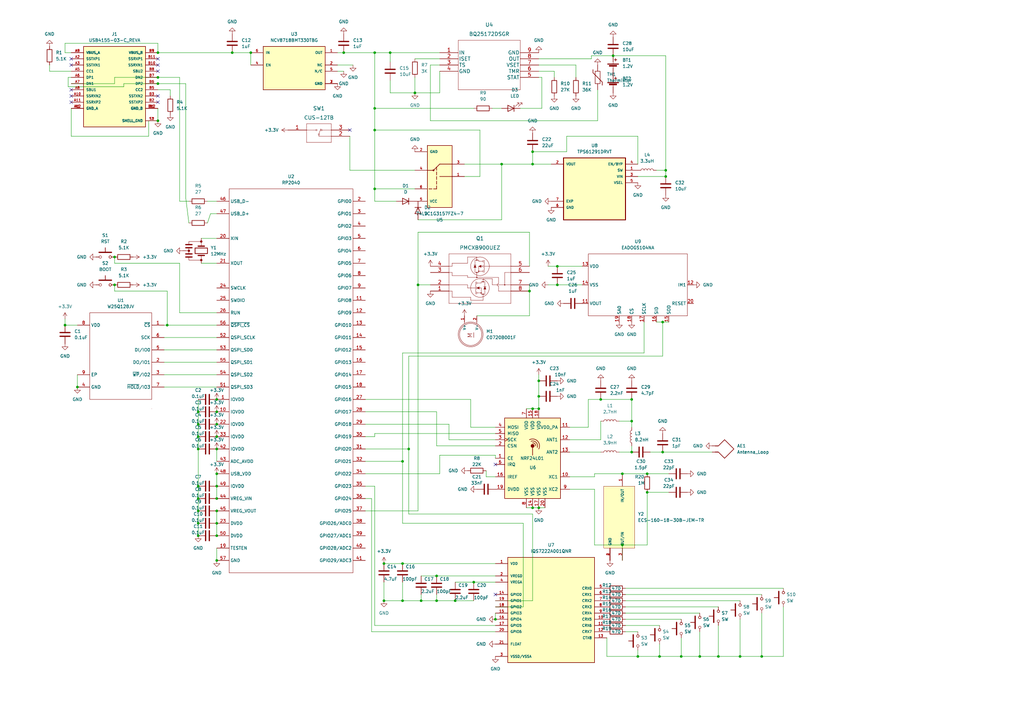
<source format=kicad_sch>
(kicad_sch (version 20211123) (generator eeschema)
  (paper "A3")
  (junction (at 68.58 133.35))
  (junction (at 81.28 214.63))
  (junction (at 186.69 246.38))
  (junction (at 81.28 168.91))
  (junction (at 194.31 238.76))
  (junction (at 160.02 21.59))
  (junction (at 220.98 208.28))
  (junction (at 153.67 44.45))
  (junction (at 228.6 116.84))
  (junction (at 294.64 269.24))
  (junction (at 255.27 223.52))
  (junction (at 167.64 184.15))
  (junction (at 157.48 231.14))
  (junction (at 64.77 49.53))
  (junction (at 102.87 21.59))
  (junction (at 81.28 179.07))
  (junction (at 88.9 173.99))
  (junction (at 81.28 219.71))
  (junction (at 259.08 163.83))
  (junction (at 88.9 214.63))
  (junction (at 81.28 209.55))
  (junction (at 179.07 236.22))
  (junction (at 81.28 173.99))
  (junction (at 64.77 21.59))
  (junction (at 273.05 69.85))
  (junction (at 64.77 31.75))
  (junction (at 31.75 158.75))
  (junction (at 153.67 53.34))
  (junction (at 271.78 132.08))
  (junction (at 88.9 199.39))
  (junction (at 218.44 62.23))
  (junction (at 259.08 172.72))
  (junction (at 273.05 72.39))
  (junction (at 261.62 269.24))
  (junction (at 271.78 185.42))
  (junction (at 246.38 163.83))
  (junction (at 279.4 269.24))
  (junction (at 203.2 254))
  (junction (at 303.53 269.24))
  (junction (at 171.45 116.84))
  (junction (at 220.98 156.21))
  (junction (at 81.28 199.39))
  (junction (at 46.99 105.41))
  (junction (at 88.9 204.47))
  (junction (at 81.28 204.47))
  (junction (at 251.46 22.86))
  (junction (at 170.18 38.1))
  (junction (at 205.74 67.31))
  (junction (at 287.02 269.24))
  (junction (at 312.42 269.24))
  (junction (at 88.9 219.71))
  (junction (at 259.08 185.42))
  (junction (at 255.27 194.31))
  (junction (at 88.9 184.15))
  (junction (at 140.97 21.59))
  (junction (at 46.99 116.84))
  (junction (at 179.07 246.38))
  (junction (at 157.48 246.38))
  (junction (at 88.9 168.91))
  (junction (at 217.17 119.38))
  (junction (at 88.9 209.55))
  (junction (at 64.77 34.29))
  (junction (at 88.9 194.31))
  (junction (at 218.44 167.64))
  (junction (at 26.67 133.35))
  (junction (at 88.9 163.83))
  (junction (at 165.1 189.23))
  (junction (at 220.98 167.64))
  (junction (at 153.67 77.47))
  (junction (at 88.9 229.87))
  (junction (at 165.1 246.38))
  (junction (at 95.25 21.59))
  (junction (at 153.67 21.59))
  (junction (at 88.9 179.07))
  (junction (at 228.6 109.22))
  (junction (at 218.44 67.31))
  (junction (at 265.43 194.31))
  (junction (at 81.28 184.15))
  (junction (at 218.44 208.28))
  (junction (at 220.98 162.56))
  (junction (at 172.72 246.38))
  (junction (at 165.1 231.14))
  (junction (at 265.43 201.93))
  (junction (at 270.51 269.24))
  (no_connect (at 143.51 53.34))
  (no_connect (at 203.2 190.5))
  (no_connect (at 64.77 41.91))
  (no_connect (at 64.77 39.37))
  (no_connect (at 64.77 29.21))
  (no_connect (at 64.77 24.13))
  (no_connect (at 64.77 26.67))
  (no_connect (at 29.21 36.83))
  (no_connect (at 29.21 26.67))
  (no_connect (at 29.21 39.37))
  (no_connect (at 29.21 41.91))
  (no_connect (at 29.21 24.13))
  (no_connect (at 203.2 243.84))
  (wire (pts (xy 213.36 44.45) (xy 222.25 44.45)))
  (wire (pts (xy 242.57 24.13) (xy 242.57 22.86)))
  (wire (pts (xy 273.05 72.39) (xy 261.62 72.39)))
  (wire (pts (xy 165.1 144.78) (xy 165.1 189.23)))
  (wire (pts (xy 254 172.72) (xy 259.08 172.72)))
  (wire (pts (xy 220.98 29.21) (xy 227.33 29.21)))
  (wire (pts (xy 256.54 259.08) (xy 261.62 259.08)))
  (wire (pts (xy 88.9 194.31) (xy 88.9 199.39)))
  (wire (pts (xy 248.92 261.62) (xy 248.92 269.24)))
  (wire (pts (xy 255.27 223.52) (xy 255.27 229.87)))
  (wire (pts (xy 73.66 31.75) (xy 73.66 82.55)))
  (wire (pts (xy 26.67 17.78) (xy 64.77 17.78)))
  (wire (pts (xy 153.67 53.34) (xy 153.67 44.45)))
  (wire (pts (xy 255.27 223.52) (xy 265.43 223.52)))
  (wire (pts (xy 222.25 31.75) (xy 220.98 31.75)))
  (wire (pts (xy 312.42 269.24) (xy 312.42 251.46)))
  (wire (pts (xy 321.31 269.24) (xy 321.31 248.92)))
  (wire (pts (xy 140.97 21.59) (xy 153.67 21.59)))
  (wire (pts (xy 153.67 21.59) (xy 160.02 21.59)))
  (wire (pts (xy 179.07 243.84) (xy 179.07 246.38)))
  (wire (pts (xy 201.93 44.45) (xy 205.74 44.45)))
  (wire (pts (xy 176.53 49.53) (xy 245.11 49.53)))
  (wire (pts (xy 64.77 17.78) (xy 64.77 21.59)))
  (wire (pts (xy 27.94 31.75) (xy 27.94 35.56)))
  (wire (pts (xy 64.77 21.59) (xy 95.25 21.59)))
  (wire (pts (xy 218.44 246.38) (xy 218.44 210.82)))
  (wire (pts (xy 73.66 107.95) (xy 73.66 128.27)))
  (wire (pts (xy 243.84 194.31) (xy 255.27 194.31)))
  (wire (pts (xy 180.34 194.31) (xy 149.86 194.31)))
  (wire (pts (xy 26.67 133.35) (xy 31.75 133.35)))
  (wire (pts (xy 265.43 194.31) (xy 274.32 194.31)))
  (wire (pts (xy 165.1 231.14) (xy 203.2 231.14)))
  (wire (pts (xy 265.43 223.52) (xy 265.43 201.93)))
  (wire (pts (xy 81.28 204.47) (xy 81.28 209.55)))
  (wire (pts (xy 312.42 269.24) (xy 321.31 269.24)))
  (wire (pts (xy 287.02 269.24) (xy 287.02 259.08)))
  (wire (pts (xy 255.27 194.31) (xy 265.43 194.31)))
  (wire (pts (xy 228.6 109.22) (xy 238.76 109.22)))
  (wire (pts (xy 153.67 179.07) (xy 149.86 179.07)))
  (wire (pts (xy 224.79 109.22) (xy 228.6 109.22)))
  (wire (pts (xy 203.2 251.46) (xy 203.2 254)))
  (wire (pts (xy 29.21 44.45) (xy 29.21 55.88)))
  (wire (pts (xy 86.36 87.63) (xy 85.09 91.44)))
  (wire (pts (xy 179.07 168.91) (xy 149.86 168.91)))
  (wire (pts (xy 271.78 132.08) (xy 271.78 146.05)))
  (wire (pts (xy 153.67 82.55) (xy 153.67 77.47)))
  (wire (pts (xy 31.75 153.67) (xy 31.75 158.75)))
  (wire (pts (xy 157.48 246.38) (xy 157.48 238.76)))
  (wire (pts (xy 67.31 143.51) (xy 88.9 143.51)))
  (wire (pts (xy 269.24 132.08) (xy 271.78 132.08)))
  (wire (pts (xy 170.18 38.1) (xy 160.02 38.1)))
  (wire (pts (xy 81.28 184.15) (xy 81.28 199.39)))
  (wire (pts (xy 273.05 69.85) (xy 273.05 72.39)))
  (wire (pts (xy 165.1 238.76) (xy 165.1 246.38)))
  (wire (pts (xy 217.17 129.54) (xy 217.17 119.38)))
  (wire (pts (xy 246.38 163.83) (xy 259.08 163.83)))
  (wire (pts (xy 171.45 116.84) (xy 176.53 116.84)))
  (wire (pts (xy 203.2 182.88) (xy 179.07 182.88)))
  (wire (pts (xy 218.44 208.28) (xy 220.98 208.28)))
  (wire (pts (xy 243.84 223.52) (xy 255.27 223.52)))
  (wire (pts (xy 241.3 175.26) (xy 241.3 163.83)))
  (wire (pts (xy 60.96 49.53) (xy 64.77 49.53)))
  (wire (pts (xy 81.28 209.55) (xy 81.28 214.63)))
  (wire (pts (xy 232.41 62.23) (xy 232.41 55.88)))
  (wire (pts (xy 46.99 31.75) (xy 64.77 31.75)))
  (wire (pts (xy 153.67 21.59) (xy 153.67 44.45)))
  (wire (pts (xy 261.62 55.88) (xy 261.62 67.31)))
  (wire (pts (xy 217.17 109.22) (xy 217.17 95.25)))
  (wire (pts (xy 26.67 21.59) (xy 26.67 17.78)))
  (wire (pts (xy 254 185.42) (xy 259.08 185.42)))
  (wire (pts (xy 29.21 55.88) (xy 60.96 55.88)))
  (wire (pts (xy 69.85 36.83) (xy 69.85 39.37)))
  (wire (pts (xy 153.67 256.54) (xy 153.67 199.39)))
  (wire (pts (xy 73.66 128.27) (xy 88.9 128.27)))
  (wire (pts (xy 190.5 67.31) (xy 205.74 67.31)))
  (wire (pts (xy 264.16 132.08) (xy 264.16 144.78)))
  (wire (pts (xy 153.67 199.39) (xy 149.86 199.39)))
  (wire (pts (xy 242.57 22.86) (xy 251.46 22.86)))
  (wire (pts (xy 266.7 185.42) (xy 271.78 185.42)))
  (wire (pts (xy 153.67 44.45) (xy 194.31 44.45)))
  (wire (pts (xy 220.98 156.21) (xy 220.98 162.56)))
  (wire (pts (xy 205.74 67.31) (xy 205.74 90.17)))
  (wire (pts (xy 76.2 81.28) (xy 76.2 34.29)))
  (wire (pts (xy 245.11 49.53) (xy 245.11 36.83)))
  (wire (pts (xy 144.78 26.67) (xy 138.43 26.67)))
  (wire (pts (xy 203.2 175.26) (xy 193.04 175.26)))
  (wire (pts (xy 81.28 163.83) (xy 81.28 168.91)))
  (wire (pts (xy 273.05 22.86) (xy 273.05 69.85)))
  (wire (pts (xy 180.34 26.67) (xy 176.53 26.67)))
  (wire (pts (xy 81.28 173.99) (xy 81.28 179.07)))
  (wire (pts (xy 259.08 163.83) (xy 259.08 172.72)))
  (wire (pts (xy 203.2 187.96) (xy 203.2 186.69)))
  (wire (pts (xy 165.1 246.38) (xy 157.48 246.38)))
  (wire (pts (xy 50.8 34.29) (xy 64.77 34.29)))
  (wire (pts (xy 203.2 256.54) (xy 153.67 256.54)))
  (wire (pts (xy 233.68 175.26) (xy 241.3 175.26)))
  (wire (pts (xy 176.53 26.67) (xy 176.53 49.53)))
  (wire (pts (xy 218.44 210.82) (xy 167.64 210.82)))
  (wire (pts (xy 81.28 168.91) (xy 81.28 173.99)))
  (wire (pts (xy 76.2 81.28) (xy 77.47 91.44)))
  (wire (pts (xy 256.54 246.38) (xy 303.53 246.38)))
  (wire (pts (xy 46.99 105.41) (xy 46.99 107.95)))
  (wire (pts (xy 203.2 186.69) (xy 180.34 186.69)))
  (wire (pts (xy 170.18 69.85) (xy 143.51 69.85)))
  (wire (pts (xy 152.4 259.08) (xy 152.4 204.47)))
  (wire (pts (xy 294.64 269.24) (xy 303.53 269.24)))
  (wire (pts (xy 256.54 243.84) (xy 312.42 243.84)))
  (wire (pts (xy 261.62 269.24) (xy 261.62 266.7)))
  (wire (pts (xy 29.21 34.29) (xy 46.99 34.29)))
  (wire (pts (xy 270.51 269.24) (xy 270.51 264.16)))
  (wire (pts (xy 256.54 241.3) (xy 321.31 241.3)))
  (wire (pts (xy 203.2 177.8) (xy 153.67 177.8)))
  (wire (pts (xy 170.18 31.75) (xy 170.18 38.1)))
  (wire (pts (xy 179.07 182.88) (xy 179.07 168.91)))
  (wire (pts (xy 265.43 201.93) (xy 274.32 201.93)))
  (wire (pts (xy 215.9 208.28) (xy 218.44 208.28)))
  (wire (pts (xy 180.34 186.69) (xy 180.34 194.31)))
  (wire (pts (xy 259.08 185.42) (xy 259.08 182.88)))
  (wire (pts (xy 246.38 180.34) (xy 246.38 172.72)))
  (wire (pts (xy 29.21 29.21) (xy 20.32 29.21)))
  (wire (pts (xy 73.66 82.55) (xy 77.47 82.55)))
  (wire (pts (xy 186.69 238.76) (xy 194.31 238.76)))
  (wire (pts (xy 82.55 107.95) (xy 88.9 107.95)))
  (wire (pts (xy 236.22 26.67) (xy 236.22 31.75)))
  (wire (pts (xy 184.15 180.34) (xy 184.15 173.99)))
  (wire (pts (xy 50.8 35.56) (xy 50.8 34.29)))
  (wire (pts (xy 81.28 179.07) (xy 81.28 184.15)))
  (wire (pts (xy 64.77 36.83) (xy 69.85 36.83)))
  (wire (pts (xy 165.1 214.63) (xy 165.1 189.23)))
  (wire (pts (xy 233.68 180.34) (xy 246.38 180.34)))
  (wire (pts (xy 64.77 31.75) (xy 73.66 31.75)))
  (wire (pts (xy 179.07 246.38) (xy 172.72 246.38)))
  (wire (pts (xy 172.72 236.22) (xy 179.07 236.22)))
  (wire (pts (xy 215.9 167.64) (xy 218.44 167.64)))
  (wire (pts (xy 218.44 62.23) (xy 232.41 62.23)))
  (wire (pts (xy 264.16 144.78) (xy 165.1 144.78)))
  (wire (pts (xy 102.87 21.59) (xy 102.87 26.67)))
  (wire (pts (xy 233.68 195.58) (xy 243.84 195.58)))
  (wire (pts (xy 88.9 214.63) (xy 88.9 219.71)))
  (wire (pts (xy 27.94 35.56) (xy 50.8 35.56)))
  (wire (pts (xy 303.53 269.24) (xy 303.53 254)))
  (wire (pts (xy 67.31 133.35) (xy 68.58 133.35)))
  (wire (pts (xy 199.39 195.58) (xy 199.39 193.04)))
  (wire (pts (xy 46.99 119.38) (xy 68.58 119.38)))
  (wire (pts (xy 86.36 87.63) (xy 88.9 87.63)))
  (wire (pts (xy 167.64 146.05) (xy 167.64 184.15)))
  (wire (pts (xy 160.02 25.4) (xy 160.02 21.59)))
  (wire (pts (xy 149.86 184.15) (xy 167.64 184.15)))
  (wire (pts (xy 248.92 269.24) (xy 261.62 269.24)))
  (wire (pts (xy 217.17 116.84) (xy 217.17 119.38)))
  (wire (pts (xy 271.78 185.42) (xy 292.1 185.42)))
  (wire (pts (xy 303.53 269.24) (xy 312.42 269.24)))
  (wire (pts (xy 203.2 259.08) (xy 152.4 259.08)))
  (wire (pts (xy 203.2 195.58) (xy 199.39 195.58)))
  (wire (pts (xy 81.28 199.39) (xy 81.28 204.47)))
  (wire (pts (xy 172.72 243.84) (xy 172.72 246.38)))
  (wire (pts (xy 170.18 77.47) (xy 153.67 77.47)))
  (wire (pts (xy 67.31 148.59) (xy 88.9 148.59)))
  (wire (pts (xy 157.48 231.14) (xy 165.1 231.14)))
  (wire (pts (xy 88.9 184.15) (xy 88.9 189.23)))
  (wire (pts (xy 256.54 251.46) (xy 287.02 251.46)))
  (wire (pts (xy 193.04 175.26) (xy 193.04 163.83)))
  (wire (pts (xy 67.31 138.43) (xy 88.9 138.43)))
  (wire (pts (xy 26.67 130.81) (xy 26.67 133.35)))
  (wire (pts (xy 217.17 95.25) (xy 171.45 95.25)))
  (wire (pts (xy 227.33 29.21) (xy 227.33 31.75)))
  (wire (pts (xy 167.64 184.15) (xy 167.64 210.82)))
  (wire (pts (xy 218.44 167.64) (xy 220.98 167.64)))
  (wire (pts (xy 243.84 200.66) (xy 243.84 223.52)))
  (wire (pts (xy 294.64 269.24) (xy 294.64 256.54)))
  (wire (pts (xy 226.06 67.31) (xy 218.44 67.31)))
  (wire (pts (xy 203.2 180.34) (xy 184.15 180.34)))
  (wire (pts (xy 29.21 31.75) (xy 27.94 31.75)))
  (wire (pts (xy 67.31 153.67) (xy 88.9 153.67)))
  (wire (pts (xy 205.74 67.31) (xy 218.44 67.31)))
  (wire (pts (xy 251.46 22.86) (xy 273.05 22.86)))
  (wire (pts (xy 85.09 82.55) (xy 88.9 82.55)))
  (wire (pts (xy 194.31 238.76) (xy 203.2 238.76)))
  (wire (pts (xy 279.4 269.24) (xy 279.4 261.62)))
  (wire (pts (xy 220.98 26.67) (xy 236.22 26.67)))
  (wire (pts (xy 171.45 209.55) (xy 171.45 116.84)))
  (wire (pts (xy 220.98 24.13) (xy 242.57 24.13)))
  (wire (pts (xy 46.99 116.84) (xy 46.99 119.38)))
  (wire (pts (xy 256.54 256.54) (xy 270.51 256.54)))
  (wire (pts (xy 171.45 90.17) (xy 205.74 90.17)))
  (wire (pts (xy 170.18 24.13) (xy 180.34 24.13)))
  (wire (pts (xy 184.15 173.99) (xy 149.86 173.99)))
  (wire (pts (xy 180.34 29.21) (xy 180.34 38.1)))
  (wire (pts (xy 160.02 21.59) (xy 180.34 21.59)))
  (wire (pts (xy 220.98 162.56) (xy 220.98 167.64)))
  (wire (pts (xy 46.99 34.29) (xy 46.99 31.75)))
  (wire (pts (xy 149.86 209.55) (xy 171.45 209.55)))
  (wire (pts (xy 271.78 132.08) (xy 274.32 132.08)))
  (wire (pts (xy 214.63 248.92) (xy 214.63 214.63)))
  (wire (pts (xy 203.2 246.38) (xy 218.44 246.38)))
  (wire (pts (xy 60.96 55.88) (xy 60.96 49.53)))
  (wire (pts (xy 218.44 67.31) (xy 218.44 62.23)))
  (wire (pts (xy 256.54 248.92) (xy 294.64 248.92)))
  (wire (pts (xy 241.3 163.83) (xy 246.38 163.83)))
  (wire (pts (xy 232.41 55.88) (xy 261.62 55.88)))
  (wire (pts (xy 76.2 34.29) (xy 64.77 34.29)))
  (wire (pts (xy 224.79 116.84) (xy 228.6 116.84)))
  (wire (pts (xy 67.31 158.75) (xy 88.9 158.75)))
  (wire (pts (xy 243.84 195.58) (xy 243.84 194.31)))
  (wire (pts (xy 149.86 189.23) (xy 165.1 189.23)))
  (wire (pts (xy 46.99 107.95) (xy 73.66 107.95)))
  (wire (pts (xy 140.97 29.21) (xy 138.43 29.21)))
  (wire (pts (xy 88.9 199.39) (xy 88.9 204.47)))
  (wire (pts (xy 259.08 172.72) (xy 259.08 175.26)))
  (wire (pts (xy 68.58 119.38) (xy 68.58 133.35)))
  (wire (pts (xy 228.6 116.84) (xy 238.76 116.84)))
  (wire (pts (xy 171.45 95.25) (xy 171.45 116.84)))
  (wire (pts (xy 179.07 236.22) (xy 203.2 236.22)))
  (wire (pts (xy 269.24 69.85) (xy 273.05 69.85)))
  (wire (pts (xy 279.4 269.24) (xy 287.02 269.24)))
  (wire (pts (xy 271.78 146.05) (xy 167.64 146.05)))
  (wire (pts (xy 82.55 97.79) (xy 88.9 97.79)))
  (wire (pts (xy 220.98 153.67) (xy 220.98 156.21)))
  (wire (pts (xy 195.58 129.54) (xy 217.17 129.54)))
  (wire (pts (xy 220.98 208.28) (xy 223.52 208.28)))
  (wire (pts (xy 95.25 21.59) (xy 102.87 21.59)))
  (wire (pts (xy 152.4 204.47) (xy 149.86 204.47)))
  (wire (pts (xy 81.28 214.63) (xy 81.28 219.71)))
  (wire (pts (xy 143.51 69.85) (xy 143.51 55.88)))
  (wire (pts (xy 203.2 248.92) (xy 214.63 248.92)))
  (wire (pts (xy 153.67 177.8) (xy 153.67 179.07)))
  (wire (pts (xy 153.67 53.34) (xy 196.85 53.34)))
  (wire (pts (xy 88.9 209.55) (xy 88.9 214.63)))
  (wire (pts (xy 194.31 246.38) (xy 186.69 246.38)))
  (wire (pts (xy 222.25 44.45) (xy 222.25 31.75)))
  (wire (pts (xy 88.9 224.79) (xy 88.9 229.87)))
  (wire (pts (xy 261.62 269.24) (xy 270.51 269.24)))
  (wire (pts (xy 29.21 21.59) (xy 26.67 21.59)))
  (wire (pts (xy 196.85 72.39) (xy 196.85 53.34)))
  (wire (pts (xy 287.02 269.24) (xy 294.64 269.24)))
  (wire (pts (xy 162.56 82.55) (xy 153.67 82.55)))
  (wire (pts (xy 64.77 44.45) (xy 64.77 49.53)))
  (wire (pts (xy 68.58 133.35) (xy 88.9 133.35)))
  (wire (pts (xy 233.68 185.42) (xy 246.38 185.42)))
  (wire (pts (xy 190.5 72.39) (xy 196.85 72.39)))
  (wire (pts (xy 214.63 214.63) (xy 165.1 214.63)))
  (wire (pts (xy 172.72 246.38) (xy 165.1 246.38)))
  (wire (pts (xy 170.18 38.1) (xy 180.34 38.1)))
  (wire (pts (xy 160.02 33.02) (xy 160.02 38.1)))
  (wire (pts (xy 20.32 29.21) (xy 20.32 26.67)))
  (wire (pts (xy 193.04 163.83) (xy 149.86 163.83)))
  (wire (pts (xy 186.69 246.38) (xy 179.07 246.38)))
  (wire (pts (xy 270.51 269.24) (xy 279.4 269.24)))
  (wire (pts (xy 233.68 200.66) (xy 243.84 200.66)))
  (wire (pts (xy 153.67 77.47) (xy 153.67 53.34)))
  (wire (pts (xy 138.43 21.59) (xy 140.97 21.59)))
  (wire (pts (xy 256.54 254) (xy 279.4 254)))
  (symbol (lib_id "Device:C") (at 85.09 179.07 90) (unit 1)
    (property "Reference" "C5" (at 81.28 175.26 90))
    (property "Value" "0.1uF" (at 81.28 177.8 90))
    (property "Footprint" "Capacitor_SMD:C_0603_1608Metric" (effects hide))
  )
  (symbol (lib_id "Device:C") (at 278.13 194.31 90) (unit 1)
    (property "Reference" "C33" (at 274.32 189.23 90))
    (property "Value" "22pF" (at 274.32 191.77 90))
    (property "Footprint" "Capacitor_SMD:C_0603_1608Metric" (effects hide))
  )
  (symbol (lib_id "power:+3.3V") (at 176.53 109.22 0) (unit 1)
    (property "Reference" "#PWR030" (effects hide))
    (property "Value" "+3.3V" (at 176.53 104.14 0))
  )
  (symbol (lib_id "power:GND") (at 273.05 80.01 0) (unit 1)
    (property "Reference" "#PWR061" (effects hide))
    (property "Value" "GND" (at 273.05 85.09 0))
  )
  (symbol (lib_id "TPS61291DRVT:TPS61291DRVT") (at 243.84 77.47 0) (mirror y) (unit 1)
    (property "Reference" "U8" (at 243.84 59.69 0))
    (property "Value" "TPS61291DRVT" (at 243.84 62.23 0))
    (property "Footprint" "Footprints:SON65P200X200X80-7N" (effects hide))
  )
  (symbol (lib_id "Device:C") (at 140.97 17.78 0) (unit 1)
    (property "Reference" "C13" (at 144.78 16.5099 0) (effects (justify left)))
    (property "Value" "1uF" (at 144.78 19.0499 0) (effects (justify left)))
    (property "Footprint" "Capacitor_SMD:C_0603_1608Metric" (effects hide))
  )
  (symbol (lib_id "NCV8718BMT330TBG:NCV8718BMT330TBG") (at 120.65 26.67 0) (unit 1)
    (property "Reference" "U3" (at 120.65 13.97 0))
    (property "Value" "NCV8718BMT330TBG" (at 120.65 16.51 0))
    (property "Footprint" "Footprints:SON65P200X200X80-7N" (effects hide))
    (property "MAXIMUM_PACKAGE_HEIGHT" "0.8mm" (effects hide))
    (property "PARTREV" "4" (effects hide))
    (property "MANUFACTURER" "ON Semiconductor" (effects hide))
    (property "STANDARD" "IPC 7351B" (effects hide))
  )
  (symbol (lib_id "power:GND") (at 203.2 264.16 270) (unit 1)
    (property "Reference" "#PWR036" (effects hide))
    (property "Value" "GND" (at 199.39 264.1599 90) (effects (justify right)))
  )
  (symbol (lib_id "power:GND") (at 220.98 21.59 180) (unit 1)
    (property "Reference" "#PWR039" (effects hide))
    (property "Value" "GND" (at 220.98 16.51 0))
  )
  (symbol (lib_id "IQS7222A001QNR:IQS7222A001QNR") (at 226.06 248.92 0) (mirror y) (unit 1)
    (property "Reference" "U7" (at 226.06 223.52 0))
    (property "Value" "IQS7222A001QNR" (at 226.06 226.06 0))
    (property "Footprint" "Footprints:QFN40P300X300X60-21N" (effects hide))
    (property "Price" "None" (effects hide))
    (property "MP" "IQS7222A000QNR" (effects hide))
    (property "Package" "QFN-20 Azoteq" (effects hide))
    (property "Availability" "Not in stock" (effects hide))
    (property "Description" "Capacitive Touch Sensors ProxFusion : 9 channel (IQS269A feature set)" (effects hide))
    (property "MF" "Azoteq" (effects hide))
  )
  (symbol (lib_id "Device:C") (at 26.67 137.16 0) (unit 1)
    (property "Reference" "C1" (at 30.48 135.8899 0) (effects (justify left)))
    (property "Value" "0.1uF" (at 30.48 138.4299 0) (effects (justify left)))
    (property "Footprint" "Capacitor_SMD:C_0603_1608Metric" (effects hide))
  )
  (symbol (lib_id "power:GND") (at 245.11 26.67 180) (unit 1)
    (property "Reference" "#PWR051" (effects hide))
    (property "Value" "GND" (at 245.11 21.59 0))
  )
  (symbol (lib_id "Eclectronics:SW") (at 279.4 257.81 0) (unit 1)
    (property "Reference" "S5" (at 280.67 256.5399 0) (effects (justify left)))
    (property "Value" "SW" (at 280.67 259.0799 0) (effects (justify left)))
    (property "Footprint" "Footprints:capacitivetouch" (effects hide))
  )
  (symbol (lib_id "power:GND") (at 259.08 156.21 180) (unit 1)
    (property "Reference" "#PWR058" (effects hide))
    (property "Value" "GND" (at 259.08 151.13 0))
  )
  (symbol (lib_id "Device:C") (at 228.6 113.03 0) (unit 1)
    (property "Reference" "C25" (at 232.41 111.7599 0) (effects (justify left)))
    (property "Value" "1uF" (at 232.41 114.2999 0) (effects (justify left)))
    (property "Footprint" "Capacitor_SMD:C_0603_1608Metric" (effects hide))
  )
  (symbol (lib_id "Device:C") (at 194.31 242.57 0) (unit 1)
    (property "Reference" "C20" (at 195.58 240.03 0) (effects (justify left)))
    (property "Value" "100pF" (at 194.31 245.11 0) (effects (justify left)))
    (property "Footprint" "Capacitor_SMD:C_0603_1608Metric" (effects hide))
  )
  (symbol (lib_id "Device:C") (at 199.39 200.66 90) (unit 1)
    (property "Reference" "C21" (at 195.58 195.58 90))
    (property "Value" "33nF" (at 195.58 198.12 90))
    (property "Footprint" "Capacitor_SMD:C_0603_1608Metric" (effects hide))
  )
  (symbol (lib_id "ECS-160-18-30B-JEM-TR:ECS-160-18-30B-JEM-TR") (at 252.73 212.09 270) (unit 1)
    (property "Reference" "Y2" (at 261.62 210.8199 90) (effects (justify left)))
    (property "Value" "ECS-160-18-30B-JEM-TR" (at 261.62 213.3599 90) (effects (justify left)))
    (property "Footprint" "Footprints:XTAL_ECS-160-18-30B-JEM-TR" (effects hide))
    (property "MF" "ECS INC" (effects hide))
    (property "AVAILABILITY" "Good" (effects hide))
    (property "PACKAGE" "SMD-4 ECX" (effects hide))
    (property "MP" "ECX-53B" (effects hide))
    (property "DESCRIPTION" "The ECX-53B is a miniature SMD Crystal with a 3.2 x 5 mm footprint." (effects hide))
    (property "STANDARD" "Manufacturer Recommendations" (effects hide))
  )
  (symbol (lib_id "power:GND") (at 39.37 105.41 270) (unit 1)
    (property "Reference" "#PWR05" (effects hide))
    (property "Value" "GND" (at 35.56 105.4099 90) (effects (justify right)))
  )
  (symbol (lib_id "Device:D") (at 166.37 82.55 180) (unit 1)
    (property "Reference" "D1" (at 166.37 76.2 0))
    (property "Value" "D" (at 166.37 78.74 0))
    (property "Footprint" "Diode_SMD:D_0603_1608Metric" (effects hide))
  )
  (symbol (lib_id "BQ25172:BQ25172DSGR") (at 180.34 21.59 0) (unit 1)
    (property "Reference" "U4" (at 200.66 10.16 0) (effects (font (size 1.524 1.524))))
    (property "Value" "BQ25172DSGR" (at 200.66 13.97 0) (effects (font (size 1.524 1.524))))
    (property "Footprint" "Footprints:BQ25172DSGR" (effects hide))
  )
  (symbol (lib_id "Eclectronics:SW") (at 294.64 252.73 0) (unit 1)
    (property "Reference" "S7" (at 295.91 251.4599 0) (effects (justify left)))
    (property "Value" "SW" (at 295.91 253.9999 0) (effects (justify left)))
    (property "Footprint" "Footprints:capacitivetouch" (effects hide))
  )
  (symbol (lib_id "power:+3.3V") (at 220.98 153.67 0) (unit 1)
    (property "Reference" "#PWR040" (effects hide))
    (property "Value" "+3.3V" (at 220.98 148.59 0))
  )
  (symbol (lib_id "Device:C") (at 95.25 17.78 0) (unit 1)
    (property "Reference" "C12" (at 99.06 16.5099 0) (effects (justify left)))
    (property "Value" "1uF" (at 99.06 19.0499 0) (effects (justify left)))
    (property "Footprint" "Capacitor_SMD:C_0603_1608Metric" (effects hide))
  )
  (symbol (lib_id "Device:R") (at 252.73 243.84 90) (unit 1)
    (property "Reference" "R13" (at 248.92 242.57 90))
    (property "Value" "470" (at 252.73 243.84 90))
    (property "Footprint" "Resistor_SMD:R_0603_1608Metric" (effects hide))
  )
  (symbol (lib_id "power:GND") (at 74.93 102.87 270) (unit 1)
    (property "Reference" "#PWR011" (effects hide))
    (property "Value" "GND" (at 71.12 102.8699 90) (effects (justify right)))
  )
  (symbol (lib_id "Device:L") (at 250.19 185.42 90) (unit 1)
    (property "Reference" "L2" (at 250.19 179.07 90))
    (property "Value" "3.9nH" (at 250.19 181.61 90))
    (property "Footprint" "Inductor_SMD:L_0603_1608Metric" (effects hide))
  )
  (symbol (lib_id "Eclectronics:SW") (at 261.62 262.89 0) (unit 1)
    (property "Reference" "S3" (at 262.89 261.6199 0) (effects (justify left)))
    (property "Value" "SW" (at 262.89 264.1599 0) (effects (justify left)))
    (property "Footprint" "Footprints:capacitivetouch" (effects hide))
  )
  (symbol (lib_id "Device:C") (at 85.09 219.71 90) (unit 1)
    (property "Reference" "C11" (at 81.28 215.9 90))
    (property "Value" "0.1uF" (at 81.28 218.44 90))
    (property "Footprint" "Capacitor_SMD:C_0603_1608Metric" (effects hide))
  )
  (symbol (lib_id "power:GND") (at 191.77 193.04 270) (unit 1)
    (property "Reference" "#PWR033" (effects hide))
    (property "Value" "GND" (at 187.96 193.0399 90) (effects (justify right)))
  )
  (symbol (lib_id "power:GND") (at 203.2 254 270) (unit 1)
    (property "Reference" "#PWR035" (effects hide))
    (property "Value" "GND" (at 199.39 253.9999 90) (effects (justify right)))
  )
  (symbol (lib_id "power:GND") (at 64.77 49.53 0) (unit 1)
    (property "Reference" "#PWR09" (effects hide))
    (property "Value" "GND" (at 64.77 54.61 0))
  )
  (symbol (lib_id "Device:C") (at 273.05 76.2 0) (unit 1)
    (property "Reference" "C32" (at 276.86 74.9299 0) (effects (justify left)))
    (property "Value" "10uF" (at 276.86 77.4699 0) (effects (justify left)))
    (property "Footprint" "Capacitor_SMD:C_0603_1608Metric" (effects hide))
  )
  (symbol (lib_id "power:GND") (at 203.2 269.24 0) (unit 1)
    (property "Reference" "#PWR037" (effects hide))
    (property "Value" "GND" (at 203.2 274.32 0))
  )
  (symbol (lib_id "power:+3.3V") (at 54.61 105.41 270) (unit 1)
    (property "Reference" "#PWR07" (effects hide))
    (property "Value" "+3.3V" (at 58.42 105.4099 90) (effects (justify left)))
  )
  (symbol (lib_id "power:+3.3V") (at 88.9 179.07 0) (unit 1)
    (property "Reference" "#PWR016" (effects hide))
    (property "Value" "+3.3V" (at 88.9 175.26 0))
  )
  (symbol (lib_id "power:GND") (at 140.97 29.21 0) (unit 1)
    (property "Reference" "#PWR024" (effects hide))
    (property "Value" "GND" (at 140.97 34.29 0))
  )
  (symbol (lib_id "Device:C") (at 262.89 185.42 90) (unit 1)
    (property "Reference" "C30" (at 262.89 189.23 90))
    (property "Value" "1.5pF" (at 262.89 191.77 90))
    (property "Footprint" "Capacitor_SMD:C_0603_1608Metric" (effects hide))
  )
  (symbol (lib_id "power:GND") (at 26.67 140.97 0) (unit 1)
    (property "Reference" "#PWR03" (effects hide))
    (property "Value" "GND" (at 26.67 146.05 0))
  )
  (symbol (lib_id "Device:C") (at 218.44 58.42 0) (unit 1)
    (property "Reference" "C22" (at 222.25 57.1499 0) (effects (justify left)))
    (property "Value" "22uF" (at 222.25 59.6899 0) (effects (justify left)))
    (property "Footprint" "Capacitor_SMD:C_0603_1608Metric" (effects hide))
  )
  (symbol (lib_id "Eclectronics:W25Q128JV") (at 49.53 146.05 0) (unit 1)
    (property "Reference" "U1" (at 49.53 123.19 0))
    (property "Value" "W25Q128JV" (at 49.53 125.73 0))
    (property "Footprint" "Footprints:W25Q128JVPIQ TR" (effects hide))
  )
  (symbol (lib_id "Device:L") (at 265.43 69.85 90) (unit 1)
    (property "Reference" "L4" (at 265.43 63.5 90))
    (property "Value" "3.3uH" (at 265.43 66.04 90))
    (property "Footprint" "Inductor_SMD:L_0603_1608Metric" (effects hide))
  )
  (symbol (lib_id "power:GND") (at 227.33 39.37 0) (unit 1)
    (property "Reference" "#PWR046" (effects hide))
    (property "Value" "GND" (at 227.33 44.45 0))
  )
  (symbol (lib_id "Device:R") (at 252.73 256.54 90) (unit 1)
    (property "Reference" "R18" (at 248.92 255.27 90))
    (property "Value" "470" (at 252.73 256.54 90))
    (property "Footprint" "Resistor_SMD:R_0603_1608Metric" (effects hide))
  )
  (symbol (lib_id "power:GND") (at 20.32 19.05 180) (unit 1)
    (property "Reference" "#PWR01" (effects hide))
    (property "Value" "GND" (at 20.32 13.97 0))
  )
  (symbol (lib_id "Eclectronics:SW") (at 287.02 255.27 0) (unit 1)
    (property "Reference" "S6" (at 288.29 253.9999 0) (effects (justify left)))
    (property "Value" "SW" (at 288.29 256.5399 0) (effects (justify left)))
    (property "Footprint" "Footprints:capacitivetouch" (effects hide))
  )
  (symbol (lib_id "power:GND") (at 176.53 119.38 0) (unit 1)
    (property "Reference" "#PWR031" (effects hide))
    (property "Value" "GND" (at 176.53 124.46 0))
  )
  (symbol (lib_id "Device:R") (at 81.28 91.44 270) (unit 1)
    (property "Reference" "R6" (at 81.28 85.09 90))
    (property "Value" "27" (at 81.28 87.63 90))
    (property "Footprint" "Resistor_SMD:R_0603_1608Metric" (effects hide))
  )
  (symbol (lib_id "Device:R") (at 252.73 246.38 90) (unit 1)
    (property "Reference" "R14" (at 248.92 245.11 90))
    (property "Value" "470" (at 252.73 246.38 90))
    (property "Footprint" "Resistor_SMD:R_0603_1608Metric" (effects hide))
  )
  (symbol (lib_id "power:GND") (at 231.14 124.46 270) (unit 1)
    (property "Reference" "#PWR049" (effects hide))
    (property "Value" "GND" (at 227.33 124.4599 90) (effects (justify right)))
  )
  (symbol (lib_id "Eclectronics:SW") (at 303.53 250.19 0) (unit 1)
    (property "Reference" "S8" (at 304.8 248.9199 0) (effects (justify left)))
    (property "Value" "SW" (at 304.8 251.4599 0) (effects (justify left)))
    (property "Footprint" "Footprints:capacitivetouch" (effects hide))
  )
  (symbol (lib_id "Device:R") (at 20.32 22.86 0) (unit 1)
    (property "Reference" "R1" (at 22.86 21.5899 0) (effects (justify left)))
    (property "Value" "5.1K" (at 22.86 24.1299 0) (effects (justify left)))
    (property "Footprint" "Resistor_SMD:R_0603_1608Metric" (effects hide))
  )
  (symbol (lib_id "Device:R") (at 227.33 35.56 0) (unit 1)
    (property "Reference" "R10" (at 229.87 34.2899 0) (effects (justify left)))
    (property "Value" "27K" (at 229.87 36.8299 0) (effects (justify left)))
    (property "Footprint" "Resistor_SMD:R_0603_1608Metric" (effects hide))
  )
  (symbol (lib_id "Device:D") (at 171.45 86.36 270) (unit 1)
    (property "Reference" "D2" (at 173.99 85.0899 90) (effects (justify left)))
    (property "Value" "D" (at 173.99 87.6299 90) (effects (justify left)))
    (property "Footprint" "Diode_SMD:D_0603_1608Metric" (effects hide))
  )
  (symbol (lib_id "Device:C") (at 85.09 199.39 90) (unit 1)
    (property "Reference" "C7" (at 81.28 195.58 90))
    (property "Value" "0.1uF" (at 81.28 198.12 90))
    (property "Footprint" "Capacitor_SMD:C_0603_1608Metric" (effects hide))
  )
  (symbol (lib_id "power:GND") (at 228.6 162.56 90) (unit 1)
    (property "Reference" "#PWR048" (effects hide))
    (property "Value" "GND" (at 232.41 162.5599 90) (effects (justify right)))
  )
  (symbol (lib_id "Device:R") (at 198.12 44.45 90) (unit 1)
    (property "Reference" "R9" (at 198.12 38.1 90))
    (property "Value" "90" (at 198.12 40.64 90))
    (property "Footprint" "Resistor_SMD:R_0603_1608Metric" (effects hide))
  )
  (symbol (lib_id "power:+3.3V") (at 88.9 184.15 0) (unit 1)
    (property "Reference" "#PWR017" (effects hide))
    (property "Value" "+3.3V" (at 88.9 180.34 0))
  )
  (symbol (lib_id "Device:C") (at 234.95 124.46 90) (unit 1)
    (property "Reference" "C26" (at 234.95 116.84 90))
    (property "Value" "1uF" (at 234.95 119.38 90))
    (property "Footprint" "Capacitor_SMD:C_0603_1608Metric" (effects hide))
  )
  (symbol (lib_id "Device:R") (at 252.73 259.08 90) (unit 1)
    (property "Reference" "R19" (at 248.92 257.81 90))
    (property "Value" "470" (at 252.73 259.08 90))
    (property "Footprint" "Resistor_SMD:R_0603_1608Metric" (effects hide))
  )
  (symbol (lib_id "Device:Battery_Cell") (at 251.46 27.94 0) (unit 1)
    (property "Reference" "BT1" (at 255.27 24.6379 0) (effects (justify left)))
    (property "Value" "1.2V" (at 255.27 27.1779 0) (effects (justify left)))
    (property "Footprint" "Footprints:24_5mmCoinCell" (effects hide))
  )
  (symbol (lib_id "Device:C") (at 85.09 204.47 90) (unit 1)
    (property "Reference" "C8" (at 81.28 200.66 90))
    (property "Value" "0.1uF" (at 81.28 203.2 90))
    (property "Footprint" "Capacitor_SMD:C_0603_1608Metric" (effects hide))
  )
  (symbol (lib_id "Device:C") (at 157.48 234.95 0) (unit 1)
    (property "Reference" "C14" (at 158.75 232.41 0) (effects (justify left)))
    (property "Value" "4.7uF" (at 157.48 237.49 0) (effects (justify left)))
    (property "Footprint" "Capacitor_SMD:C_0603_1608Metric" (effects hide))
  )
  (symbol (lib_id "EADOGS104NA:EADOGS104NA") (at 261.62 114.3 0) (unit 1)
    (property "Reference" "U9" (at 261.62 99.06 0))
    (property "Value" "EADOGS104NA" (at 261.62 101.6 0))
    (property "Footprint" "Footprints:EADOGS104NA" (effects hide))
  )
  (symbol (lib_id "power:+3.3V") (at 190.5 129.54 0) (unit 1)
    (property "Reference" "#PWR032" (effects hide))
    (property "Value" "+3.3V" (at 190.5 124.46 0))
  )
  (symbol (lib_id "power:GND") (at 95.25 13.97 180) (unit 1)
    (property "Reference" "#PWR020" (effects hide))
    (property "Value" "GND" (at 95.25 8.89 0))
  )
  (symbol (lib_id "power:GND") (at 88.9 229.87 0) (unit 1)
    (property "Reference" "#PWR019" (effects hide))
    (property "Value" "GND" (at 88.9 234.95 0))
  )
  (symbol (lib_id "power:GND") (at 271.78 177.8 180) (unit 1)
    (property "Reference" "#PWR060" (effects hide))
    (property "Value" "GND" (at 271.78 172.72 0))
  )
  (symbol (lib_id "Eclectronics:SW") (at 43.18 116.84 270) (unit 1)
    (property "Reference" "S2" (at 43.18 107.95 90))
    (property "Value" "BOOT" (at 43.18 110.49 90))
    (property "Footprint" "Footprints:KXT321LHS" (effects hide))
  )
  (symbol (lib_id "Device:R") (at 236.22 35.56 0) (unit 1)
    (property "Reference" "R11" (at 238.76 34.2899 0) (effects (justify left)))
    (property "Value" "36K" (at 238.76 36.8299 0) (effects (justify left)))
    (property "Footprint" "Resistor_SMD:R_0603_1608Metric" (effects hide))
  )
  (symbol (lib_id "Device:C") (at 271.78 181.61 0) (unit 1)
    (property "Reference" "C31" (at 275.59 180.3399 0) (effects (justify left)))
    (property "Value" "1pF" (at 275.59 182.8799 0) (effects (justify left)))
    (property "Footprint" "Capacitor_SMD:C_0603_1608Metric" (effects hide))
  )
  (symbol (lib_id "power:+3.3V") (at 118.11 53.34 90) (unit 1)
    (property "Reference" "#PWR021" (effects hide))
    (property "Value" "+3.3V" (at 114.3 53.3399 90) (effects (justify left)))
  )
  (symbol (lib_id "power:+3.3V") (at 157.48 231.14 0) (unit 1)
    (property "Reference" "#PWR026" (effects hide))
    (property "Value" "+3.3V" (at 157.48 226.06 0))
  )
  (symbol (lib_id "Device:R") (at 252.73 254 90) (unit 1)
    (property "Reference" "R17" (at 248.92 252.73 90))
    (property "Value" "470" (at 252.73 254 90))
    (property "Footprint" "Resistor_SMD:R_0603_1608Metric" (effects hide))
  )
  (symbol (lib_id "Device:C") (at 224.79 156.21 90) (unit 1)
    (property "Reference" "C23" (at 227.33 151.13 90))
    (property "Value" "10nF" (at 229.87 153.67 90))
    (property "Footprint" "Capacitor_SMD:C_0603_1608Metric" (effects hide))
  )
  (symbol (lib_id "Device:C") (at 85.09 209.55 90) (unit 1)
    (property "Reference" "C9" (at 81.28 205.74 90))
    (property "Value" "0.1uF" (at 81.28 208.28 90))
    (property "Footprint" "Capacitor_SMD:C_0603_1608Metric" (effects hide))
  )
  (symbol (lib_id "Device:C") (at 172.72 240.03 0) (unit 1)
    (property "Reference" "C17" (at 173.99 237.49 0) (effects (justify left)))
    (property "Value" "2.2uF" (at 172.72 242.57 0) (effects (justify left)))
    (property "Footprint" "Capacitor_SMD:C_0603_1608Metric" (effects hide))
  )
  (symbol (lib_id "power:GND") (at 250.19 229.87 0) (unit 1)
    (property "Reference" "#PWR053" (effects hide))
    (property "Value" "GND" (at 250.19 234.95 0))
  )
  (symbol (lib_id "power:GND") (at 228.6 156.21 90) (unit 1)
    (property "Reference" "#PWR047" (effects hide))
    (property "Value" "GND" (at 232.41 156.2099 90) (effects (justify right)))
  )
  (symbol (lib_id "Device:R") (at 252.73 241.3 90) (unit 1)
    (property "Reference" "R12" (at 248.92 240.03 90))
    (property "Value" "470" (at 252.73 241.3 90))
    (property "Footprint" "Resistor_SMD:R_0603_1608Metric" (effects hide))
  )
  (symbol (lib_id "Eclectronics:RP2040") (at 119.38 156.21 0) (unit 1)
    (property "Reference" "U2" (at 119.38 72.39 0))
    (property "Value" "RP2040" (at 119.38 74.93 0))
    (property "Footprint" "Footprints:RP2040" (effects hide))
  )
  (symbol (lib_id "power:GND") (at 140.97 13.97 180) (unit 1)
    (property "Reference" "#PWR023" (effects hide))
    (property "Value" "GND" (at 140.97 8.89 0))
  )
  (symbol (lib_id "Device:R") (at 50.8 105.41 90) (unit 1)
    (property "Reference" "R2" (at 50.8 99.06 90))
    (property "Value" "5.1K" (at 50.8 101.6 90))
    (property "Footprint" "Resistor_SMD:R_0603_1608Metric" (effects hide))
  )
  (symbol (lib_id "Device:C") (at 85.09 168.91 90) (unit 1)
    (property "Reference" "C3" (at 81.28 165.1 90))
    (property "Value" "0.1uF" (at 81.28 167.64 90))
    (property "Footprint" "Capacitor_SMD:C_0603_1608Metric" (effects hide))
  )
  (symbol (lib_id "Device:C") (at 85.09 184.15 90) (unit 1)
    (property "Reference" "C6" (at 81.28 180.34 90))
    (property "Value" "0.1uF" (at 81.28 182.88 90))
    (property "Footprint" "Capacitor_SMD:C_0603_1608Metric" (effects hide))
  )
  (symbol (lib_id "power:GND") (at 157.48 246.38 0) (unit 1)
    (property "Reference" "#PWR027" (effects hide))
    (property "Value" "GND" (at 157.48 251.46 0))
  )
  (symbol (lib_id "power:GND") (at 246.38 156.21 180) (unit 1)
    (property "Reference" "#PWR052" (effects hide))
    (property "Value" "GND" (at 246.38 151.13 0))
  )
  (symbol (lib_id "Device:C") (at 85.09 163.83 90) (unit 1)
    (property "Reference" "C2" (at 81.28 160.02 90))
    (property "Value" "0.1uF" (at 81.28 162.56 90))
    (property "Footprint" "Capacitor_SMD:C_0603_1608Metric" (effects hide))
  )
  (symbol (lib_id "Device:C") (at 85.09 214.63 270) (unit 1)
    (property "Reference" "C10" (at 81.28 210.82 90))
    (property "Value" "0.1uF" (at 81.28 213.36 90))
    (property "Footprint" "Capacitor_SMD:C_0603_1608Metric" (effects hide))
  )
  (symbol (lib_id "C0720B001F:C0720B001F") (at 193.04 137.16 90) (mirror x) (unit 1)
    (property "Reference" "M1" (at 199.39 135.8899 90) (effects (justify right)))
    (property "Value" "C0720B001F" (at 199.39 138.4299 90) (effects (justify right)))
    (property "Footprint" "Footprints:XDCR_C0720B001F" (effects hide))
    (property "MF" "Jinlong Machinery" (effects hide))
  )
  (symbol (lib_id "power:GND") (at 170.18 62.23 180) (unit 1)
    (property "Reference" "#PWR029" (effects hide))
    (property "Value" "GND" (at 170.18 57.15 0))
  )
  (symbol (lib_id "power:GND") (at 170.18 38.1 0) (unit 1)
    (property "Reference" "#PWR028" (effects hide))
    (property "Value" "GND" (at 170.18 43.18 0))
  )
  (symbol (lib_id "power:GND") (at 236.22 39.37 0) (unit 1)
    (property "Reference" "#PWR050" (effects hide))
    (property "Value" "GND" (at 236.22 44.45 0))
  )
  (symbol (lib_id "Device:R") (at 170.18 27.94 0) (unit 1)
    (property "Reference" "R7" (at 172.72 26.6699 0) (effects (justify left)))
    (property "Value" "3K" (at 172.72 29.2099 0) (effects (justify left)))
    (property "Footprint" "Resistor_SMD:R_0603_1608Metric" (effects hide))
  )
  (symbol (lib_id "Eclectronics:SW") (at 321.31 245.11 0) (unit 1)
    (property "Reference" "S10" (at 322.58 243.8399 0) (effects (justify left)))
    (property "Value" "SW" (at 322.58 246.3799 0) (effects (justify left)))
    (property "Footprint" "Footprints:capacitivetouch" (effects hide))
  )
  (symbol (lib_id "power:GND") (at 251.46 38.1 0) (unit 1)
    (property "Reference" "#PWR055" (effects hide))
    (property "Value" "GND" (at 251.46 43.18 0))
  )
  (symbol (lib_id "Device:R") (at 81.28 82.55 90) (unit 1)
    (property "Reference" "R5" (at 81.28 76.2 90))
    (property "Value" "27" (at 81.28 78.74 90))
    (property "Footprint" "Resistor_SMD:R_0603_1608Metric" (effects hide))
  )
  (symbol (lib_id "power:+3.3V") (at 224.79 109.22 0) (unit 1)
    (property "Reference" "#PWR042" (effects hide))
    (property "Value" "+3.3V" (at 224.79 104.14 0))
  )
  (symbol (lib_id "Device:R") (at 252.73 248.92 90) (unit 1)
    (property "Reference" "R15" (at 248.92 247.65 90))
    (property "Value" "470" (at 252.73 248.92 90))
    (property "Footprint" "Resistor_SMD:R_0603_1608Metric" (effects hide))
  )
  (symbol (lib_id "power:GND") (at 31.75 158.75 0) (unit 1)
    (property "Reference" "#PWR04" (effects hide))
    (property "Value" "GND" (at 31.75 163.83 0))
  )
  (symbol (lib_id "power:GND") (at 292.1 182.88 270) (unit 1)
    (property "Reference" "#PWR065" (effects hide))
    (property "Value" "GND" (at 288.29 182.8799 90) (effects (justify right)))
  )
  (symbol (lib_id "power:+3.3V") (at 26.67 130.81 0) (unit 1)
    (property "Reference" "#PWR02" (effects hide))
    (property "Value" "+3.3V" (at 26.67 125.73 0))
  )
  (symbol (lib_id "Eclectronics:SW") (at 43.18 105.41 270) (unit 1)
    (property "Reference" "S1" (at 43.18 96.52 90))
    (property "Value" "RST" (at 43.18 99.06 90))
    (property "Footprint" "Footprints:KXT321LHS" (effects hide))
  )
  (symbol (lib_id "Device:C") (at 165.1 234.95 0) (unit 1)
    (property "Reference" "C16" (at 166.37 232.41 0) (effects (justify left)))
    (property "Value" "100pF" (at 165.1 237.49 0) (effects (justify left)))
    (property "Footprint" "Capacitor_SMD:C_0603_1608Metric" (effects hide))
  )
  (symbol (lib_id "Device:LED") (at 209.55 44.45 180) (unit 1)
    (property "Reference" "D3" (at 211.1375 36.83 0))
    (property "Value" "LED" (at 211.1375 39.37 0))
    (property "Footprint" "LED_SMD:LED_0603_1608Metric" (effects hide))
  )
  (symbol (lib_id "power:GND") (at 218.44 54.61 180) (unit 1)
    (property "Reference" "#PWR038" (effects hide))
    (property "Value" "GND" (at 218.44 49.53 0))
  )
  (symbol (lib_id "Device:C") (at 259.08 160.02 0) (unit 1)
    (property "Reference" "C29" (at 262.89 158.7499 0) (effects (justify left)))
    (property "Value" "4.7pF" (at 262.89 161.2899 0) (effects (justify left)))
    (property "Footprint" "Capacitor_SMD:C_0603_1608Metric" (effects hide))
  )
  (symbol (lib_id "74LVC1G3157FZ4-7:74LVC1G3157FZ4-7") (at 180.34 72.39 180) (unit 1)
    (property "Reference" "U5" (at 180.34 90.17 0))
    (property "Value" "74LVC1G3157FZ4-7" (at 180.34 87.63 0))
    (property "Footprint" "Footprints:74LVC1G3157FZ4" (effects hide))
    (property "MANUFACTURER" "Diodes Inc." (effects hide))
  )
  (symbol (lib_id "power:GND") (at 281.94 201.93 90) (unit 1)
    (property "Reference" "#PWR063" (effects hide))
    (property "Value" "GND" (at 285.75 201.9299 90) (effects (justify right)))
  )
  (symbol (lib_id "USB4155-03-C_REVA:USB4155-03-C_REVA") (at 46.99 34.29 0) (unit 1)
    (property "Reference" "J1" (at 46.99 13.97 0))
    (property "Value" "USB4155-03-C_REVA" (at 46.99 16.51 0))
    (property "Footprint" "Footprints:GCT_USB4155-03-C_REVA" (effects hide))
    (property "MAXIMUM_PACKAGE_HEIGHT" "2.9 mm" (effects hide))
    (property "MANUFACTURER" "GCT" (effects hide))
    (property "PARTREV" "A" (effects hide))
    (property "STANDARD" "Manufacturer Recommendations" (effects hide))
  )
  (symbol (lib_id "Device:C") (at 246.38 160.02 0) (unit 1)
    (property "Reference" "C27" (at 250.19 158.7499 0) (effects (justify left)))
    (property "Value" "2.2nF" (at 250.19 161.2899 0) (effects (justify left)))
    (property "Footprint" "Capacitor_SMD:C_0603_1608Metric" (effects hide))
  )
  (symbol (lib_id "Eclectronics:SW") (at 312.42 247.65 0) (unit 1)
    (property "Reference" "S9" (at 313.69 246.3799 0) (effects (justify left)))
    (property "Value" "SW" (at 313.69 248.9199 0) (effects (justify left)))
    (property "Footprint" "Footprints:capacitivetouch" (effects hide))
  )
  (symbol (lib_id "power:+3.3V") (at 88.9 173.99 0) (unit 1)
    (property "Reference" "#PWR015" (effects hide))
    (property "Value" "+3.3V" (at 88.9 170.18 0))
  )
  (symbol (lib_id "Device:C") (at 278.13 201.93 90) (unit 1)
    (property "Reference" "C34" (at 274.32 196.85 90))
    (property "Value" "22pF" (at 274.32 199.39 90))
    (property "Footprint" "Capacitor_SMD:C_0603_1608Metric" (effects hide))
  )
  (symbol (lib_id "power:GND") (at 261.62 74.93 0) (unit 1)
    (property "Reference" "#PWR059" (effects hide))
    (property "Value" "GND" (at 261.62 80.01 0))
  )
  (symbol (lib_id "Device:R") (at 50.8 116.84 90) (unit 1)
    (property "Reference" "R3" (at 50.8 110.49 90))
    (property "Value" "5.1K" (at 50.8 113.03 90))
    (property "Footprint" "Resistor_SMD:R_0603_1608Metric" (effects hide))
  )
  (symbol (lib_id "power:GND") (at 220.98 208.28 0) (unit 1)
    (property "Reference" "#PWR041" (effects hide))
    (property "Value" "GND" (at 220.98 213.36 0))
  )
  (symbol (lib_id "power:GND") (at 251.46 15.24 180) (unit 1)
    (property "Reference" "#PWR054" (effects hide))
    (property "Value" "GND" (at 251.46 10.16 0))
  )
  (symbol (lib_id "power:GND") (at 81.28 219.71 0) (unit 1)
    (property "Reference" "#PWR012" (effects hide))
    (property "Value" "GND" (at 81.28 224.79 0))
  )
  (symbol (lib_id "power:GND") (at 144.78 26.67 0) (unit 1)
    (property "Reference" "#PWR025" (effects hide))
    (property "Value" "GND" (at 144.78 31.75 0))
  )
  (symbol (lib_id "power:GND") (at 195.58 200.66 270) (unit 1)
    (property "Reference" "#PWR034" (effects hide))
    (property "Value" "GND" (at 191.77 200.6599 90) (effects (justify right)))
  )
  (symbol (lib_id "power:GND") (at 224.79 116.84 270) (unit 1)
    (property "Reference" "#PWR043" (effects hide))
    (property "Value" "GND" (at 220.98 116.8399 90) (effects (justify right)))
  )
  (symbol (lib_id "power:+3.3V") (at 54.61 116.84 270) (unit 1)
    (property "Reference" "#PWR08" (effects hide))
    (property "Value" "+3.3V" (at 58.42 116.8399 90) (effects (justify left)))
  )
  (symbol (lib_id "Device:R") (at 69.85 43.18 0) (unit 1)
    (property "Reference" "R4" (at 72.39 41.9099 0) (effects (justify left)))
    (property "Value" "5.1K" (at 72.39 44.4499 0) (effects (justify left)))
    (property "Footprint" "Resistor_SMD:R_0603_1608Metric" (effects hide))
  )
  (symbol (lib_id "Device:C") (at 85.09 173.99 90) (unit 1)
    (property "Reference" "C4" (at 81.28 170.18 90))
    (property "Value" "0.1uF" (at 81.28 172.72 90))
    (property "Footprint" "Capacitor_SMD:C_0603_1608Metric" (effects hide))
  )
  (symbol (lib_id "power:GND") (at 69.85 46.99 0) (unit 1)
    (property "Reference" "#PWR010" (effects hide))
    (property "Value" "GND" (at 69.85 52.07 0))
  )
  (symbol (lib_id "power:GND") (at 226.06 82.55 270) (unit 1)
    (property "Reference" "#PWR044" (effects hide))
    (property "Value" "GND" (at 222.25 82.5499 90) (effects (justify right)))
  )
  (symbol (lib_id "power:GND") (at 254 132.08 0) (unit 1)
    (property "Reference" "#PWR056" (effects hide))
    (property "Value" "GND" (at 254 137.16 0))
  )
  (symbol (lib_id "RF:NRF24L01") (at 218.44 187.96 0) (unit 1)
    (property "Reference" "U6" (at 217.17 191.77 0) (effects (justify left)))
    (property "Value" "NRF24L01" (at 213.36 187.96 0) (effects (justify left)))
    (property "Footprint" "Package_DFN_QFN:QFN-20-1EP_4x4mm_P0.5mm_EP2.5x2.5mm" (effects hide))
    (property "Datasheet" "http://www.nordicsemi.com/eng/content/download/2730/34105/file/nRF24L01_Product_Specification_v2_0.pdf" (effects hide))
  )
  (symbol (lib_id "Device:Battery_Cell") (at 251.46 35.56 0) (unit 1)
    (property "Reference" "BT2" (at 255.27 32.2579 0) (effects (justify left)))
    (property "Value" "1.2V" (at 255.27 34.7979 0) (effects (justify left)))
    (property "Footprint" "Footprints:24_5mmCoinCell" (effects hide))
  )
  (symbol (lib_id "PMCXB900UEZ:PMCXB900UEZ") (at 176.53 119.38 0) (mirror x) (unit 1)
    (property "Reference" "Q1" (at 196.85 97.79 0) (effects (font (size 1.524 1.524))))
    (property "Value" "PMCXB900UEZ" (at 196.85 101.6 0) (effects (font (size 1.524 1.524))))
    (property "Footprint" "Footprints:PMCXB900UEZ" (effects hide))
  )
  (symbol (lib_id "Device:R") (at 252.73 251.46 90) (unit 1)
    (property "Reference" "R16" (at 248.92 250.19 90))
    (property "Value" "470" (at 252.73 251.46 90))
    (property "Footprint" "Resistor_SMD:R_0603_1608Metric" (effects hide))
  )
  (symbol (lib_id "power:GND") (at 284.48 116.84 90) (unit 1)
    (property "Reference" "#PWR064" (effects hide))
    (property "Value" "GND" (at 288.29 116.8399 90) (effects (justify right)))
  )
  (symbol (lib_id "Eclectronics:SW") (at 270.51 260.35 0) (unit 1)
    (property "Reference" "S4" (at 271.78 259.0799 0) (effects (justify left)))
    (property "Value" "SW" (at 271.78 261.6199 0) (effects (justify left)))
    (property "Footprint" "Footprints:capacitivetouch" (effects hide))
  )
  (symbol (lib_id "Device:C") (at 186.69 242.57 0) (unit 1)
    (property "Reference" "C19" (at 187.96 240.03 0) (effects (justify left)))
    (property "Value" "2.2uF" (at 186.69 245.11 0) (effects (justify left)))
    (property "Footprint" "Capacitor_SMD:C_0603_1608Metric" (effects hide))
  )
  (symbol (lib_id "Eclectronics:Crystal") (at 82.55 102.87 270) (unit 1)
    (property "Reference" "Y1" (at 86.36 101.5999 90) (effects (justify left)))
    (property "Value" "12MHz" (at 86.36 104.1399 90) (effects (justify left)))
    (property "Footprint" "Footprints:OSC_CSTNE12M0G55A000R0" (effects hide))
  )
  (symbol (lib_id "Device:R") (at 195.58 193.04 90) (unit 1)
    (property "Reference" "R8" (at 195.58 187.96 90))
    (property "Value" "22K" (at 195.58 190.5 90))
    (property "Footprint" "Resistor_SMD:R_0603_1608Metric" (effects hide))
  )
  (symbol (lib_id "Device:L") (at 250.19 172.72 90) (unit 1)
    (property "Reference" "L1" (at 250.19 166.37 90))
    (property "Value" "2.7nH" (at 250.19 168.91 90))
    (property "Footprint" "Inductor_SMD:L_0603_1608Metric" (effects hide))
  )
  (symbol (lib_id "power:+3.3V") (at 88.9 168.91 0) (unit 1)
    (property "Reference" "#PWR014" (effects hide))
    (property "Value" "+3.3V" (at 88.9 165.1 0))
  )
  (symbol (lib_id "ul_cus-12tb:CUS-12TB") (at 118.11 53.34 0) (unit 1)
    (property "Reference" "SW1" (at 130.81 44.45 0) (effects (font (size 1.524 1.524))))
    (property "Value" "CUS-12TB" (at 130.81 48.26 0) (effects (font (size 1.524 1.524))))
    (property "Footprint" "Footprints:CUS-12TB" (effects hide))
  )
  (symbol (lib_id "Device:C") (at 224.79 162.56 90) (unit 1)
    (property "Reference" "C24" (at 227.33 157.48 90))
    (property "Value" "1nF" (at 229.87 160.02 90))
    (property "Footprint" "Capacitor_SMD:C_0603_1608Metric" (effects hide))
  )
  (symbol (lib_id "power:+3.3V") (at 88.9 163.83 0) (unit 1)
    (property "Reference" "#PWR013" (effects hide))
    (property "Value" "+3.3V" (at 88.9 160.02 0))
  )
  (symbol (lib_id "Device:C") (at 160.02 29.21 0) (unit 1)
    (property "Reference" "C15" (at 163.83 27.9399 0) (effects (justify left)))
    (property "Value" "10uF" (at 163.83 30.4799 0) (effects (justify left)))
    (property "Footprint" "Capacitor_SMD:C_0603_1608Metric" (effects hide))
  )
  (symbol (lib_id "power:GND") (at 226.06 85.09 0) (unit 1)
    (property "Reference" "#PWR045" (effects hide))
    (property "Value" "GND" (at 226.06 90.17 0))
  )
  (symbol (lib_id "power:GND") (at 138.43 34.29 0) (unit 1)
    (property "Reference" "#PWR022" (effects hide))
    (property "Value" "GND" (at 138.43 39.37 0))
  )
  (symbol (lib_id "Device:Thermistor") (at 245.11 31.75 180) (unit 1)
    (property "Reference" "TH1" (at 248.92 30.4799 0) (effects (justify right)))
    (property "Value" "Thermistor" (at 248.92 33.0199 0) (effects (justify right)))
    (property "Footprint" "Resistor_SMD:R_0603_1608Metric" (effects hide))
  )
  (symbol (lib_id "power:+3.3V") (at 88.9 194.31 0) (unit 1)
    (property "Reference" "#PWR018" (effects hide))
    (property "Value" "+3.3V" (at 88.9 190.5 0))
  )
  (symbol (lib_id "Device:L") (at 259.08 179.07 180) (unit 1)
    (property "Reference" "L3" (at 260.35 177.7999 0) (effects (justify right)))
    (property "Value" "8.2nH" (at 260.35 180.3399 0) (effects (justify right)))
    (property "Footprint" "Inductor_SMD:L_0603_1608Metric" (effects hide))
  )
  (symbol (lib_id "power:GND") (at 281.94 194.31 90) (unit 1)
    (property "Reference" "#PWR062" (effects hide))
    (property "Value" "GND" (at 285.75 194.3099 90) (effects (justify right)))
  )
  (symbol (lib_id "power:GND") (at 39.37 116.84 270) (unit 1)
    (property "Reference" "#PWR06" (effects hide))
    (property "Value" "GND" (at 35.56 116.8399 90) (effects (justify right)))
  )
  (symbol (lib_id "Device:C") (at 251.46 19.05 0) (unit 1)
    (property "Reference" "C28" (at 255.27 17.7799 0) (effects (justify left)))
    (property "Value" "10uF" (at 255.27 20.3199 0) (effects (justify left)))
    (property "Footprint" "Capacitor_SMD:C_0603_1608Metric" (effects hide))
  )
  (symbol (lib_id "Device:C") (at 179.07 240.03 0) (unit 1)
    (property "Reference" "C18" (at 180.34 237.49 0) (effects (justify left)))
    (property "Value" "100pF" (at 179.07 242.57 0) (effects (justify left)))
    (property "Footprint" "Capacitor_SMD:C_0603_1608Metric" (effects hide))
  )
  (symbol (lib_id "Device:R") (at 265.43 198.12 0) (unit 1)
    (property "Reference" "R20" (at 260.35 195.58 0) (effects (justify left)))
    (property "Value" "1M" (at 261.62 198.12 0) (effects (justify left)))
    (property "Footprint" "Resistor_SMD:R_0603_1608Metric" (effects hide))
  )
  (symbol (lib_id "Device:Antenna_Loop") (at 297.18 182.88 270) (unit 1)
    (property "Reference" "AE1" (at 302.26 182.8799 90) (effects (justify left)))
    (property "Value" "Antenna_Loop" (at 302.26 185.4199 90) (effects (justify left)))
    (property "Footprint" "Footprints:2_4GHZANTENNA" (effects hide))
  )
  (symbol (lib_id "power:GND") (at 259.08 132.08 0) (unit 1)
    (property "Reference" "#PWR057" (effects hide))
    (property "Value" "GND" (at 259.08 137.16 0))
  )
)
</source>
